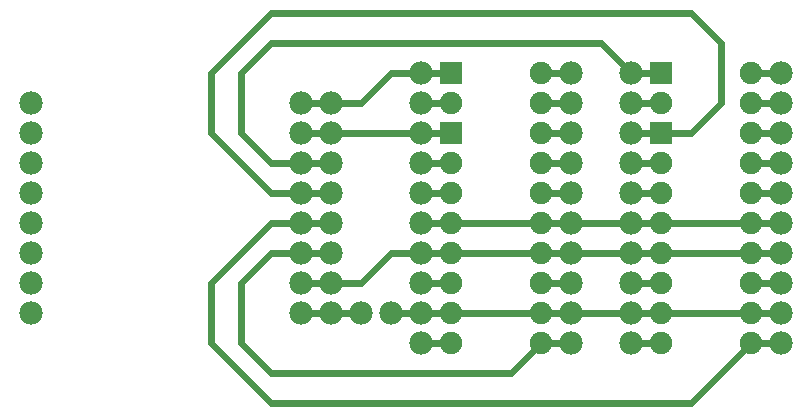
<source format=gbl>
G04 MADE WITH FRITZING*
G04 WWW.FRITZING.ORG*
G04 DOUBLE SIDED*
G04 HOLES PLATED*
G04 CONTOUR ON CENTER OF CONTOUR VECTOR*
%ASAXBY*%
%FSLAX23Y23*%
%MOIN*%
%OFA0B0*%
%SFA1.0B1.0*%
%ADD10C,0.075000*%
%ADD11C,0.078000*%
%ADD12R,0.075000X0.075000*%
%ADD13C,0.024000*%
%LNCOPPER0*%
G90*
G70*
G54D10*
X1473Y972D03*
X1773Y972D03*
X1473Y872D03*
X1773Y872D03*
X1473Y772D03*
X1773Y772D03*
X1473Y672D03*
X1773Y672D03*
X1473Y572D03*
X1773Y572D03*
X1473Y472D03*
X1773Y472D03*
X1473Y372D03*
X1773Y372D03*
X1473Y272D03*
X1773Y272D03*
X2173Y972D03*
X2473Y972D03*
X2173Y872D03*
X2473Y872D03*
X2173Y772D03*
X2473Y772D03*
X2173Y672D03*
X2473Y672D03*
X2173Y572D03*
X2473Y572D03*
X2173Y472D03*
X2473Y472D03*
X2173Y372D03*
X2473Y372D03*
X2173Y272D03*
X2473Y272D03*
G54D11*
X73Y1072D03*
X73Y972D03*
X73Y872D03*
X73Y772D03*
X73Y672D03*
X73Y572D03*
X73Y472D03*
X73Y372D03*
X973Y1072D03*
X973Y972D03*
X973Y872D03*
X973Y772D03*
X973Y672D03*
X973Y572D03*
X973Y472D03*
X973Y372D03*
X1273Y372D03*
X1173Y372D03*
X1073Y1072D03*
X1073Y972D03*
X1073Y872D03*
X1073Y772D03*
X1073Y672D03*
X1073Y572D03*
X1073Y472D03*
X1073Y372D03*
X1373Y1172D03*
X1373Y1072D03*
X1373Y972D03*
X1373Y872D03*
X1373Y772D03*
X1373Y672D03*
X1373Y572D03*
X1373Y472D03*
X1373Y372D03*
X1373Y272D03*
X1873Y1172D03*
X1873Y1072D03*
X1873Y972D03*
X1873Y872D03*
X1873Y772D03*
X1873Y672D03*
X1873Y572D03*
X1873Y472D03*
X1873Y372D03*
X1873Y272D03*
X2073Y1172D03*
X2073Y1072D03*
X2073Y972D03*
X2073Y872D03*
X2073Y772D03*
X2073Y672D03*
X2073Y572D03*
X2073Y472D03*
X2073Y372D03*
X2073Y272D03*
X2573Y1172D03*
X2573Y1072D03*
X2573Y972D03*
X2573Y872D03*
X2573Y772D03*
X2573Y672D03*
X2573Y572D03*
X2573Y472D03*
X2573Y372D03*
X2573Y272D03*
G54D10*
X2173Y1172D03*
X2473Y1172D03*
X2173Y1072D03*
X2473Y1072D03*
X1473Y1172D03*
X1773Y1172D03*
X1473Y1072D03*
X1773Y1072D03*
G54D12*
X1473Y972D03*
X2173Y972D03*
X2173Y1172D03*
X1473Y1172D03*
G54D13*
X2543Y1172D02*
X2502Y1172D01*
D02*
X2543Y1072D02*
X2502Y1072D01*
D02*
X2543Y972D02*
X2502Y972D01*
D02*
X2543Y872D02*
X2502Y872D01*
D02*
X2543Y772D02*
X2502Y772D01*
D02*
X2543Y672D02*
X2502Y672D01*
D02*
X2543Y572D02*
X2502Y572D01*
D02*
X2543Y472D02*
X2502Y472D01*
D02*
X2543Y372D02*
X2502Y372D01*
D02*
X2543Y272D02*
X2502Y272D01*
D02*
X2103Y1172D02*
X2144Y1172D01*
D02*
X2103Y1072D02*
X2144Y1072D01*
D02*
X2103Y972D02*
X2144Y972D01*
D02*
X2103Y872D02*
X2144Y872D01*
D02*
X2103Y772D02*
X2144Y772D01*
D02*
X2103Y672D02*
X2144Y672D01*
D02*
X2103Y572D02*
X2144Y572D01*
D02*
X2103Y472D02*
X2144Y472D01*
D02*
X2103Y372D02*
X2144Y372D01*
D02*
X2103Y272D02*
X2144Y272D01*
D02*
X1843Y1172D02*
X1802Y1172D01*
D02*
X1843Y1072D02*
X1802Y1072D01*
D02*
X1843Y972D02*
X1802Y972D01*
D02*
X1843Y872D02*
X1802Y872D01*
D02*
X1843Y772D02*
X1802Y772D01*
D02*
X1843Y672D02*
X1802Y672D01*
D02*
X1843Y572D02*
X1802Y572D01*
D02*
X1843Y472D02*
X1802Y472D01*
D02*
X1843Y372D02*
X1802Y372D01*
D02*
X1843Y272D02*
X1802Y272D01*
D02*
X1403Y1172D02*
X1444Y1172D01*
D02*
X1403Y1072D02*
X1444Y1072D01*
D02*
X1403Y972D02*
X1444Y972D01*
D02*
X1403Y772D02*
X1444Y772D01*
D02*
X1403Y672D02*
X1444Y672D01*
D02*
X1403Y572D02*
X1444Y572D01*
D02*
X1403Y472D02*
X1444Y472D01*
D02*
X1403Y372D02*
X1444Y372D01*
D02*
X1403Y272D02*
X1444Y272D01*
D02*
X1744Y672D02*
X1502Y672D01*
D02*
X1744Y572D02*
X1502Y572D01*
D02*
X2043Y672D02*
X1903Y672D01*
D02*
X2043Y572D02*
X1903Y572D01*
D02*
X2444Y672D02*
X2202Y672D01*
D02*
X2444Y572D02*
X2202Y572D01*
D02*
X1343Y572D02*
X1273Y572D01*
D02*
X1173Y472D02*
X1103Y472D01*
D02*
X1273Y572D02*
X1173Y472D01*
D02*
X1444Y872D02*
X1403Y872D01*
D02*
X2202Y372D02*
X2444Y372D01*
D02*
X1903Y372D02*
X2043Y372D01*
D02*
X1502Y372D02*
X1744Y372D01*
D02*
X1303Y372D02*
X1343Y372D01*
D02*
X1143Y372D02*
X1103Y372D01*
D02*
X1173Y1072D02*
X1103Y1072D01*
D02*
X1273Y1172D02*
X1173Y1072D01*
D02*
X1343Y1172D02*
X1273Y1172D01*
D02*
X1343Y972D02*
X1103Y972D01*
D02*
X1043Y1072D02*
X1003Y1072D01*
D02*
X1043Y972D02*
X1003Y972D01*
D02*
X1043Y872D02*
X1003Y872D01*
D02*
X1043Y772D02*
X1003Y772D01*
D02*
X1043Y672D02*
X1003Y672D01*
D02*
X1043Y572D02*
X1003Y572D01*
D02*
X1043Y472D02*
X1003Y472D01*
D02*
X1043Y372D02*
X1003Y372D01*
D02*
X673Y1172D02*
X873Y1372D01*
D02*
X673Y972D02*
X673Y1172D01*
D02*
X873Y772D02*
X673Y972D01*
D02*
X873Y1372D02*
X2273Y1372D01*
D02*
X2273Y972D02*
X2202Y972D01*
D02*
X943Y772D02*
X873Y772D01*
D02*
X2273Y1372D02*
X2373Y1272D01*
D02*
X2373Y1072D02*
X2273Y972D01*
D02*
X2373Y1272D02*
X2373Y1072D01*
D02*
X773Y972D02*
X773Y1172D01*
D02*
X773Y1172D02*
X873Y1272D01*
D02*
X873Y1272D02*
X1973Y1272D01*
D02*
X873Y872D02*
X773Y972D01*
D02*
X943Y872D02*
X873Y872D01*
D02*
X1973Y1272D02*
X2052Y1194D01*
D02*
X673Y272D02*
X873Y72D01*
D02*
X673Y472D02*
X673Y272D01*
D02*
X2273Y72D02*
X2373Y172D01*
D02*
X2373Y172D02*
X2453Y252D01*
D02*
X873Y672D02*
X673Y472D01*
D02*
X943Y672D02*
X873Y672D01*
D02*
X873Y72D02*
X2273Y72D01*
D02*
X873Y172D02*
X1673Y172D01*
D02*
X773Y272D02*
X873Y172D01*
D02*
X873Y572D02*
X773Y472D01*
D02*
X1673Y172D02*
X1753Y252D01*
D02*
X943Y572D02*
X873Y572D01*
D02*
X773Y472D02*
X773Y272D01*
G04 End of Copper0*
M02*
</source>
